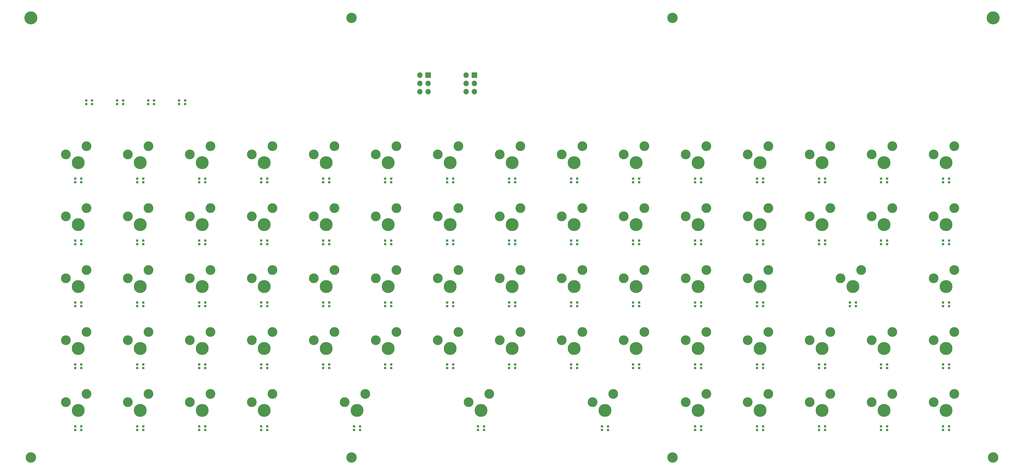
<source format=gbr>
G04 #@! TF.GenerationSoftware,KiCad,Pcbnew,7.0.1*
G04 #@! TF.CreationDate,2023-04-23T23:40:00+02:00*
G04 #@! TF.ProjectId,keyb_15x5,6b657962-5f31-4357-9835-2e6b69636164,rev?*
G04 #@! TF.SameCoordinates,Original*
G04 #@! TF.FileFunction,Soldermask,Top*
G04 #@! TF.FilePolarity,Negative*
%FSLAX46Y46*%
G04 Gerber Fmt 4.6, Leading zero omitted, Abs format (unit mm)*
G04 Created by KiCad (PCBNEW 7.0.1) date 2023-04-23 23:40:00*
%MOMM*%
%LPD*%
G01*
G04 APERTURE LIST*
%ADD10C,3.000000*%
%ADD11C,3.987800*%
%ADD12C,4.000000*%
%ADD13C,3.200000*%
%ADD14R,0.700000X0.700000*%
%ADD15R,1.700000X1.700000*%
%ADD16O,1.700000X1.700000*%
G04 APERTURE END LIST*
D10*
X77630000Y-110734000D03*
D11*
X81440000Y-113274000D03*
D10*
X83980000Y-108194000D03*
D12*
X66920000Y-68750000D03*
D13*
X66910000Y-203980000D03*
X362660000Y-204000000D03*
D12*
X362670000Y-68750000D03*
D14*
X347235000Y-175390000D03*
X347235000Y-176490000D03*
X349065000Y-176490000D03*
X349065000Y-175390000D03*
X290085000Y-175390000D03*
X290085000Y-176490000D03*
X291915000Y-176490000D03*
X291915000Y-175390000D03*
D10*
X115730000Y-167884000D03*
D11*
X119540000Y-170424000D03*
D10*
X122080000Y-165344000D03*
D14*
X291915000Y-119340000D03*
X291915000Y-118240000D03*
X290085000Y-118240000D03*
X290085000Y-119340000D03*
D10*
X325280000Y-167884000D03*
D11*
X329090000Y-170424000D03*
D10*
X331630000Y-165344000D03*
D14*
X328185000Y-175390000D03*
X328185000Y-176490000D03*
X330015000Y-176490000D03*
X330015000Y-175390000D03*
D10*
X163355000Y-186934000D03*
D11*
X167165000Y-189474000D03*
D10*
X169705000Y-184394000D03*
X153830000Y-110734000D03*
D11*
X157640000Y-113274000D03*
D10*
X160180000Y-108194000D03*
X134780000Y-148834000D03*
D11*
X138590000Y-151374000D03*
D10*
X141130000Y-146294000D03*
X115730000Y-129784000D03*
D11*
X119540000Y-132324000D03*
D10*
X122080000Y-127244000D03*
D14*
X82365000Y-119340000D03*
X82365000Y-118240000D03*
X80535000Y-118240000D03*
X80535000Y-119340000D03*
X93420000Y-94150000D03*
X93420000Y-95250000D03*
X95250000Y-95250000D03*
X95250000Y-94150000D03*
X253815000Y-157440000D03*
X253815000Y-156340000D03*
X251985000Y-156340000D03*
X251985000Y-157440000D03*
D10*
X344330000Y-129784000D03*
D11*
X348140000Y-132324000D03*
D10*
X350680000Y-127244000D03*
D14*
X177615000Y-119340000D03*
X177615000Y-118240000D03*
X175785000Y-118240000D03*
X175785000Y-119340000D03*
D10*
X210980000Y-110734000D03*
D11*
X214790000Y-113274000D03*
D10*
X217330000Y-108194000D03*
X172880000Y-148834000D03*
D11*
X176690000Y-151374000D03*
D10*
X179230000Y-146294000D03*
D14*
X83895000Y-94150000D03*
X83895000Y-95250000D03*
X85725000Y-95250000D03*
X85725000Y-94150000D03*
D10*
X96680000Y-186934000D03*
D11*
X100490000Y-189474000D03*
D10*
X103030000Y-184394000D03*
X325280000Y-129784000D03*
D11*
X329090000Y-132324000D03*
D10*
X331630000Y-127244000D03*
X230030000Y-129784000D03*
D11*
X233840000Y-132324000D03*
D10*
X236380000Y-127244000D03*
X172880000Y-129784000D03*
D11*
X176690000Y-132324000D03*
D10*
X179230000Y-127244000D03*
D14*
X206190000Y-195540000D03*
X206190000Y-194440000D03*
X204360000Y-194440000D03*
X204360000Y-195540000D03*
D10*
X115730000Y-148834000D03*
D11*
X119540000Y-151374000D03*
D10*
X122080000Y-146294000D03*
D14*
X101415000Y-119340000D03*
X101415000Y-118240000D03*
X99585000Y-118240000D03*
X99585000Y-119340000D03*
X251985000Y-137290000D03*
X251985000Y-138390000D03*
X253815000Y-138390000D03*
X253815000Y-137290000D03*
X80535000Y-175390000D03*
X80535000Y-176490000D03*
X82365000Y-176490000D03*
X82365000Y-175390000D03*
D10*
X210980000Y-129784000D03*
D11*
X214790000Y-132324000D03*
D10*
X217330000Y-127244000D03*
X249080000Y-148834000D03*
D11*
X252890000Y-151374000D03*
D10*
X255430000Y-146294000D03*
D14*
X99585000Y-137290000D03*
X99585000Y-138390000D03*
X101415000Y-138390000D03*
X101415000Y-137290000D03*
D10*
X96680000Y-148834000D03*
D11*
X100490000Y-151374000D03*
D10*
X103030000Y-146294000D03*
D14*
X194835000Y-137290000D03*
X194835000Y-138390000D03*
X196665000Y-138390000D03*
X196665000Y-137290000D03*
X310965000Y-119340000D03*
X310965000Y-118240000D03*
X309135000Y-118240000D03*
X309135000Y-119340000D03*
D13*
X165500000Y-68740000D03*
D10*
X268130000Y-129784000D03*
D11*
X271940000Y-132324000D03*
D10*
X274480000Y-127244000D03*
D14*
X102945000Y-94150000D03*
X102945000Y-95250000D03*
X104775000Y-95250000D03*
X104775000Y-94150000D03*
D10*
X191930000Y-129784000D03*
D11*
X195740000Y-132324000D03*
D10*
X198280000Y-127244000D03*
D14*
X349065000Y-157440000D03*
X349065000Y-156340000D03*
X347235000Y-156340000D03*
X347235000Y-157440000D03*
X271035000Y-175390000D03*
X271035000Y-176490000D03*
X272865000Y-176490000D03*
X272865000Y-175390000D03*
X158565000Y-119340000D03*
X158565000Y-118240000D03*
X156735000Y-118240000D03*
X156735000Y-119340000D03*
X320490000Y-157440000D03*
X320490000Y-156340000D03*
X318660000Y-156340000D03*
X318660000Y-157440000D03*
D10*
X249080000Y-110734000D03*
D11*
X252890000Y-113274000D03*
D10*
X255430000Y-108194000D03*
D14*
X101415000Y-195540000D03*
X101415000Y-194440000D03*
X99585000Y-194440000D03*
X99585000Y-195540000D03*
X175785000Y-175390000D03*
X175785000Y-176490000D03*
X177615000Y-176490000D03*
X177615000Y-175390000D03*
X310965000Y-195540000D03*
X310965000Y-194440000D03*
X309135000Y-194440000D03*
X309135000Y-195540000D03*
D10*
X268130000Y-148834000D03*
D11*
X271940000Y-151374000D03*
D10*
X274480000Y-146294000D03*
D14*
X213885000Y-175390000D03*
X213885000Y-176490000D03*
X215715000Y-176490000D03*
X215715000Y-175390000D03*
X82365000Y-195540000D03*
X82365000Y-194440000D03*
X80535000Y-194440000D03*
X80535000Y-195540000D03*
D10*
X96680000Y-110734000D03*
D11*
X100490000Y-113274000D03*
D10*
X103030000Y-108194000D03*
X325280000Y-110734000D03*
D11*
X329090000Y-113274000D03*
D10*
X331630000Y-108194000D03*
D14*
X118635000Y-175390000D03*
X118635000Y-176490000D03*
X120465000Y-176490000D03*
X120465000Y-175390000D03*
D10*
X96680000Y-167884000D03*
D11*
X100490000Y-170424000D03*
D10*
X103030000Y-165344000D03*
D14*
X194835000Y-175390000D03*
X194835000Y-176490000D03*
X196665000Y-176490000D03*
X196665000Y-175390000D03*
X349065000Y-195540000D03*
X349065000Y-194440000D03*
X347235000Y-194440000D03*
X347235000Y-195540000D03*
D10*
X344330000Y-186934000D03*
D11*
X348140000Y-189474000D03*
D10*
X350680000Y-184394000D03*
X306230000Y-167884000D03*
D11*
X310040000Y-170424000D03*
D10*
X312580000Y-165344000D03*
D14*
X196665000Y-119340000D03*
X196665000Y-118240000D03*
X194835000Y-118240000D03*
X194835000Y-119340000D03*
X101415000Y-157440000D03*
X101415000Y-156340000D03*
X99585000Y-156340000D03*
X99585000Y-157440000D03*
D10*
X210980000Y-148834000D03*
D11*
X214790000Y-151374000D03*
D10*
X217330000Y-146294000D03*
D14*
X139510000Y-119330000D03*
X139510000Y-118230000D03*
X137680000Y-118230000D03*
X137680000Y-119330000D03*
X168090000Y-195540000D03*
X168090000Y-194440000D03*
X166260000Y-194440000D03*
X166260000Y-195540000D03*
D10*
X77630000Y-129784000D03*
D11*
X81440000Y-132324000D03*
D10*
X83980000Y-127244000D03*
X134780000Y-110734000D03*
D11*
X138590000Y-113274000D03*
D10*
X141130000Y-108194000D03*
X77630000Y-148834000D03*
D11*
X81440000Y-151374000D03*
D10*
X83980000Y-146294000D03*
D14*
X120465000Y-195540000D03*
X120465000Y-194440000D03*
X118635000Y-194440000D03*
X118635000Y-195540000D03*
X290085000Y-137290000D03*
X290085000Y-138390000D03*
X291915000Y-138390000D03*
X291915000Y-137290000D03*
X120465000Y-157440000D03*
X120465000Y-156340000D03*
X118635000Y-156340000D03*
X118635000Y-157440000D03*
D10*
X153830000Y-148834000D03*
D11*
X157640000Y-151374000D03*
D10*
X160180000Y-146294000D03*
X287180000Y-167884000D03*
D11*
X290990000Y-170424000D03*
D10*
X293530000Y-165344000D03*
X96680000Y-129784000D03*
D11*
X100490000Y-132324000D03*
D10*
X103030000Y-127244000D03*
X239555000Y-186934000D03*
D11*
X243365000Y-189474000D03*
D10*
X245905000Y-184394000D03*
D14*
X156735000Y-137290000D03*
X156735000Y-138390000D03*
X158565000Y-138390000D03*
X158565000Y-137290000D03*
D10*
X268130000Y-167884000D03*
D11*
X271940000Y-170424000D03*
D10*
X274480000Y-165344000D03*
X134780000Y-167884000D03*
D11*
X138590000Y-170424000D03*
D10*
X141130000Y-165344000D03*
X306230000Y-129784000D03*
D11*
X310040000Y-132324000D03*
D10*
X312580000Y-127244000D03*
X268130000Y-110734000D03*
D11*
X271940000Y-113274000D03*
D10*
X274480000Y-108194000D03*
X172880000Y-110734000D03*
D11*
X176690000Y-113274000D03*
D10*
X179230000Y-108194000D03*
D14*
X82365000Y-157440000D03*
X82365000Y-156340000D03*
X80535000Y-156340000D03*
X80535000Y-157440000D03*
X156735000Y-175390000D03*
X156735000Y-176490000D03*
X158565000Y-176490000D03*
X158565000Y-175390000D03*
D10*
X153830000Y-129784000D03*
D11*
X157640000Y-132324000D03*
D10*
X160180000Y-127244000D03*
D14*
X215715000Y-157440000D03*
X215715000Y-156340000D03*
X213885000Y-156340000D03*
X213885000Y-157440000D03*
D13*
X165500000Y-203990000D03*
D10*
X268130000Y-186934000D03*
D11*
X271940000Y-189474000D03*
D10*
X274480000Y-184394000D03*
X249080000Y-167884000D03*
D11*
X252890000Y-170424000D03*
D10*
X255430000Y-165344000D03*
X210980000Y-167884000D03*
D11*
X214790000Y-170424000D03*
D10*
X217330000Y-165344000D03*
D13*
X264080000Y-203990000D03*
D10*
X115730000Y-186934000D03*
D11*
X119540000Y-189474000D03*
D10*
X122080000Y-184394000D03*
D14*
X137685000Y-137290000D03*
X137685000Y-138390000D03*
X139515000Y-138390000D03*
X139515000Y-137290000D03*
X112470000Y-94150000D03*
X112470000Y-95250000D03*
X114300000Y-95250000D03*
X114300000Y-94150000D03*
X215715000Y-119340000D03*
X215715000Y-118240000D03*
X213885000Y-118240000D03*
X213885000Y-119340000D03*
X349065000Y-119340000D03*
X349065000Y-118240000D03*
X347235000Y-118240000D03*
X347235000Y-119340000D03*
D10*
X191930000Y-110734000D03*
D11*
X195740000Y-113274000D03*
D10*
X198280000Y-108194000D03*
X134780000Y-129784000D03*
D11*
X138590000Y-132324000D03*
D10*
X141130000Y-127244000D03*
X230030000Y-148834000D03*
D11*
X233840000Y-151374000D03*
D10*
X236380000Y-146294000D03*
D14*
X347235000Y-137290000D03*
X347235000Y-138390000D03*
X349065000Y-138390000D03*
X349065000Y-137290000D03*
D10*
X172880000Y-167884000D03*
D11*
X176690000Y-170424000D03*
D10*
X179230000Y-165344000D03*
D14*
X309135000Y-137290000D03*
X309135000Y-138390000D03*
X310965000Y-138390000D03*
X310965000Y-137290000D03*
D10*
X201455000Y-186934000D03*
D11*
X205265000Y-189474000D03*
D10*
X207805000Y-184394000D03*
X191930000Y-148834000D03*
D11*
X195740000Y-151374000D03*
D10*
X198280000Y-146294000D03*
X115730000Y-110734000D03*
D11*
X119540000Y-113274000D03*
D10*
X122080000Y-108194000D03*
X344330000Y-148834000D03*
D11*
X348140000Y-151374000D03*
D10*
X350680000Y-146294000D03*
D14*
X175785000Y-137290000D03*
X175785000Y-138390000D03*
X177615000Y-138390000D03*
X177615000Y-137290000D03*
X232935000Y-137290000D03*
X232935000Y-138390000D03*
X234765000Y-138390000D03*
X234765000Y-137290000D03*
X330015000Y-119340000D03*
X330015000Y-118240000D03*
X328185000Y-118240000D03*
X328185000Y-119340000D03*
D10*
X77630000Y-186934000D03*
D11*
X81440000Y-189474000D03*
D10*
X83980000Y-184394000D03*
X306230000Y-186934000D03*
D11*
X310040000Y-189474000D03*
D10*
X312580000Y-184394000D03*
X287180000Y-148834000D03*
D11*
X290990000Y-151374000D03*
D10*
X293530000Y-146294000D03*
D14*
X234765000Y-119340000D03*
X234765000Y-118240000D03*
X232935000Y-118240000D03*
X232935000Y-119340000D03*
X253815000Y-119340000D03*
X253815000Y-118240000D03*
X251985000Y-118240000D03*
X251985000Y-119340000D03*
D10*
X249080000Y-129784000D03*
D11*
X252890000Y-132324000D03*
D10*
X255430000Y-127244000D03*
D14*
X244290000Y-195540000D03*
X244290000Y-194440000D03*
X242460000Y-194440000D03*
X242460000Y-195540000D03*
D13*
X264080000Y-68750000D03*
D14*
X213885000Y-137290000D03*
X213885000Y-138390000D03*
X215715000Y-138390000D03*
X215715000Y-137290000D03*
D10*
X287180000Y-110734000D03*
D11*
X290990000Y-113274000D03*
D10*
X293530000Y-108194000D03*
D14*
X232935000Y-175390000D03*
X232935000Y-176490000D03*
X234765000Y-176490000D03*
X234765000Y-175390000D03*
D10*
X134780000Y-186934000D03*
D11*
X138590000Y-189474000D03*
D10*
X141130000Y-184394000D03*
D14*
X234765000Y-157440000D03*
X234765000Y-156340000D03*
X232935000Y-156340000D03*
X232935000Y-157440000D03*
X99585000Y-175390000D03*
X99585000Y-176490000D03*
X101415000Y-176490000D03*
X101415000Y-175390000D03*
D10*
X153830000Y-167884000D03*
D11*
X157640000Y-170424000D03*
D10*
X160180000Y-165344000D03*
D14*
X118635000Y-137290000D03*
X118635000Y-138390000D03*
X120465000Y-138390000D03*
X120465000Y-137290000D03*
D10*
X287180000Y-129784000D03*
D11*
X290990000Y-132324000D03*
D10*
X293530000Y-127244000D03*
D14*
X291915000Y-195540000D03*
X291915000Y-194440000D03*
X290085000Y-194440000D03*
X290085000Y-195540000D03*
X328185000Y-137290000D03*
X328185000Y-138390000D03*
X330015000Y-138390000D03*
X330015000Y-137290000D03*
X272865000Y-195540000D03*
X272865000Y-194440000D03*
X271035000Y-194440000D03*
X271035000Y-195540000D03*
X177615000Y-157440000D03*
X177615000Y-156340000D03*
X175785000Y-156340000D03*
X175785000Y-157440000D03*
X291915000Y-157440000D03*
X291915000Y-156340000D03*
X290085000Y-156340000D03*
X290085000Y-157440000D03*
X158565000Y-157440000D03*
X158565000Y-156340000D03*
X156735000Y-156340000D03*
X156735000Y-157440000D03*
X196665000Y-157440000D03*
X196665000Y-156340000D03*
X194835000Y-156340000D03*
X194835000Y-157440000D03*
X272865000Y-157440000D03*
X272865000Y-156340000D03*
X271035000Y-156340000D03*
X271035000Y-157440000D03*
X271035000Y-137290000D03*
X271035000Y-138390000D03*
X272865000Y-138390000D03*
X272865000Y-137290000D03*
D10*
X77630000Y-167884000D03*
D11*
X81440000Y-170424000D03*
D10*
X83980000Y-165344000D03*
X287180000Y-186934000D03*
D11*
X290990000Y-189474000D03*
D10*
X293530000Y-184394000D03*
D15*
X189000000Y-86360000D03*
D16*
X186460000Y-86360000D03*
X189000000Y-88900000D03*
X186460000Y-88900000D03*
X189000000Y-91440000D03*
X186460000Y-91440000D03*
D10*
X230030000Y-110734000D03*
D11*
X233840000Y-113274000D03*
D10*
X236380000Y-108194000D03*
D14*
X80535000Y-137290000D03*
X80535000Y-138390000D03*
X82365000Y-138390000D03*
X82365000Y-137290000D03*
D10*
X230030000Y-167884000D03*
D11*
X233840000Y-170424000D03*
D10*
X236380000Y-165344000D03*
X191930000Y-167884000D03*
D11*
X195740000Y-170424000D03*
D10*
X198280000Y-165344000D03*
X306230000Y-110734000D03*
D11*
X310040000Y-113274000D03*
D10*
X312580000Y-108194000D03*
D14*
X137685000Y-175390000D03*
X137685000Y-176490000D03*
X139515000Y-176490000D03*
X139515000Y-175390000D03*
X330015000Y-195540000D03*
X330015000Y-194440000D03*
X328185000Y-194440000D03*
X328185000Y-195540000D03*
D10*
X344330000Y-110734000D03*
D11*
X348140000Y-113274000D03*
D10*
X350680000Y-108194000D03*
D14*
X139515000Y-195540000D03*
X139515000Y-194440000D03*
X137685000Y-194440000D03*
X137685000Y-195540000D03*
D10*
X325280000Y-186934000D03*
D11*
X329090000Y-189474000D03*
D10*
X331630000Y-184394000D03*
X315755000Y-148834000D03*
D11*
X319565000Y-151374000D03*
D10*
X322105000Y-146294000D03*
D14*
X272865000Y-119340000D03*
X272865000Y-118240000D03*
X271035000Y-118240000D03*
X271035000Y-119340000D03*
D10*
X344330000Y-167884000D03*
D11*
X348140000Y-170424000D03*
D10*
X350680000Y-165344000D03*
D14*
X139515000Y-157440000D03*
X139515000Y-156340000D03*
X137685000Y-156340000D03*
X137685000Y-157440000D03*
X120465000Y-119340000D03*
X120465000Y-118240000D03*
X118635000Y-118240000D03*
X118635000Y-119340000D03*
X309135000Y-175390000D03*
X309135000Y-176490000D03*
X310965000Y-176490000D03*
X310965000Y-175390000D03*
X251985000Y-175390000D03*
X251985000Y-176490000D03*
X253815000Y-176490000D03*
X253815000Y-175390000D03*
D15*
X203200000Y-86360000D03*
D16*
X200660000Y-86360000D03*
X203200000Y-88900000D03*
X200660000Y-88900000D03*
X203200000Y-91440000D03*
X200660000Y-91440000D03*
M02*

</source>
